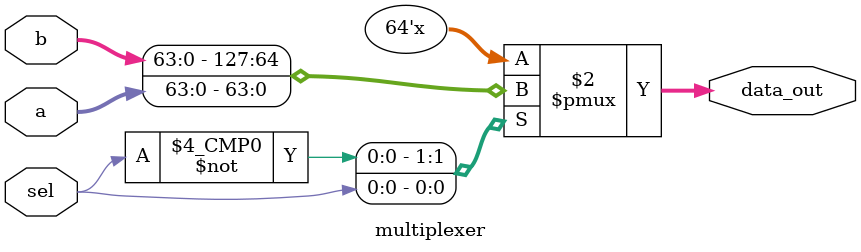
<source format=v>
module multiplexer
(
	input sel, 
	input [63:0] a, 
	input [63:0] b,
	output reg [63:0] data_out 
);
	always @(*)
	begin
		case ({sel})
			1'b0 : data_out <= b;
			1'b1 : data_out <= a;
		endcase
	end
endmodule

</source>
